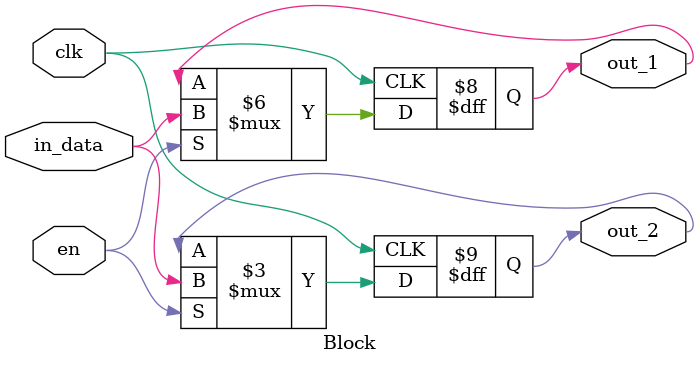
<source format=v>
module Block(
	input clk,
	input in_data,
	input en,
	output reg out_1,
	output reg out_2
);
always @ (posedge clk )
if(en)
	begin
		out_1 = in_data;
		out_2 = out_1;
	end
else
	begin
		out_1 = out_1;
		out_2 = out_2;
	end
endmodule 
</source>
